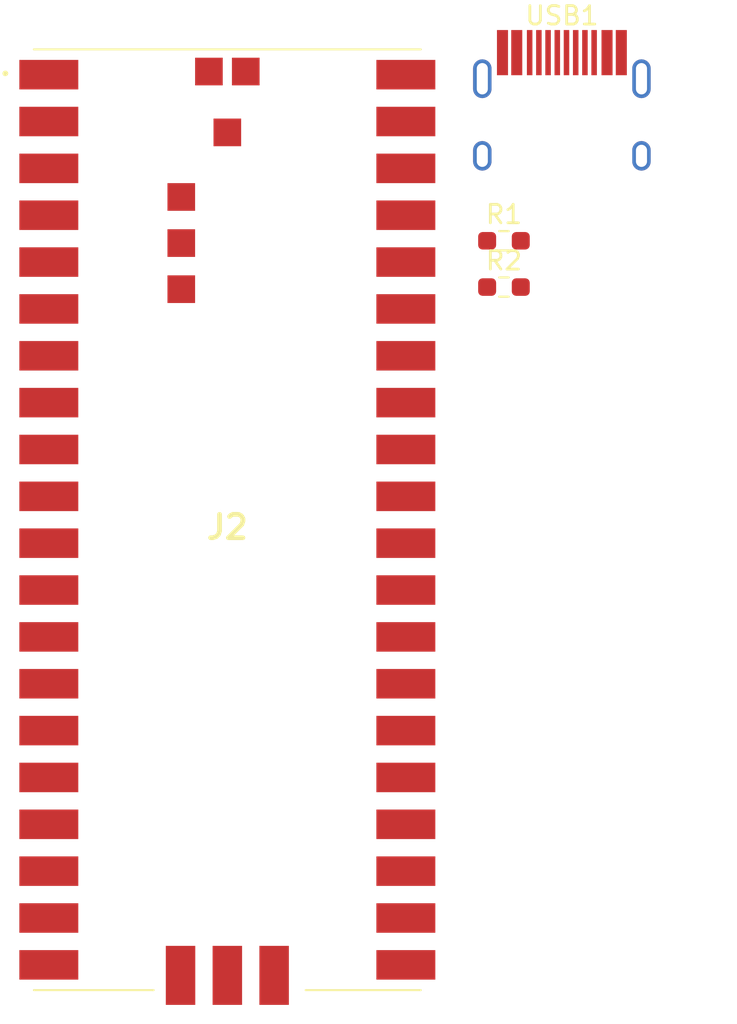
<source format=kicad_pcb>
(kicad_pcb (version 20221018) (generator pcbnew)
  (layers (0 "F.Cu" signal) (31 "B.Cu" signal) (34 "B.Paste" user) (35 "F.Paste" user) (36 "B.SilkS" user "B.Silkscreen") (37 "F.SilkS" user "F.Silkscreen") (38 "B.Mask" user) (39 "F.Mask" user) (44 "Edge.Cuts" user))
  (net 0 "")
  (net 1 "SDA")
  (net 2 "SCL")
  (net 3 "GND")
  (net 4 "UP")
  (net 5 "DOWN")
  (net 6 "RIGHT")
  (net 7 "LEFT")
  (net 8 "B1")
  (net 9 "B2")
  (net 10 "R2")
  (net 11 "L2")
  (net 12 "B3")
  (net 13 "B4")
  (net 14 "R1")
  (net 15 "L1")
  (net 16 "TURBO")
  (net 17 "LED-TURBO")
  (net 18 "S1")
  (net 19 "S2")
  (net 20 "L3")
  (net 21 "R3")
  (net 22 "A1")
  (net 23 "A2")
  (net 26 "RS")
  (net 27 "LS")
  (net 28 "LED-RGB")
  (net 33 "+5V")
  (net 36 "GNDPWR")
  (net 37 "D-")
  (net 38 "D+")
  (net 42 "Net-(USB1-CC2)")
  (net 43 "Net-(USB1-CC1)")
  (footprint "Resistor_SMD:R_0603_1608Metric_Pad0.98x0.95mm_HandSolder" (layer "F.Cu") (at 157.725 75.015)
    (fp_text reference "R2" (at 0 -1.43) (layer "F.SilkS"))
    (fp_text value "5.1k")
    (fp_line (start -0.254724 -0.5225) (end 0.254724 -0.5225) (stroke (width 0.12)) (layer "F.SilkS"))
    (fp_line (start -0.254724 0.5225) (end 0.254724 0.5225) (stroke (width 0.12)) (layer "F.SilkS"))
    (pad "1" smd roundrect (at -0.9125 0) (size 0.975 0.95) (layers "F.Cu" "F.Paste" "F.Mask") (net 43 "Net-(USB1-CC1)"))
    (pad "2" smd roundrect (at 0.9125 0) (size 0.975 0.95) (layers "F.Cu" "F.Paste" "F.Mask") (net 36 "GNDPWR"))
  )
  (footprint "Type-C:HRO-TYPE-C-31-M-12-HandSoldering" (layer "F.Cu") (at 160.87 70.5)
    (fp_text reference "USB1" (at 0 -10.2) (layer "F.SilkS"))
    (fp_text value "HRO-TYPE-C-31-M-12")
    (pad "" np_thru_hole circle (at -2.89 -6.25) (size 0.65 0.65) (drill 0.65) (layers "*.Cu" "*.Mask"))
    (pad "" np_thru_hole circle (at 2.89 -6.25) (size 0.65 0.65) (drill 0.65) (layers "*.Cu" "*.Mask"))
    (pad "1" smd rect (at -3.225 -8.195) (size 0.6 2.45) (layers "F.Cu" "F.Paste" "F.Mask") (net 36 "GNDPWR"))
    (pad "2" smd rect (at -2.45 -8.195) (size 0.6 2.45) (layers "F.Cu" "F.Paste" "F.Mask") (net 33 "+5V"))
    (pad "3" smd rect (at -1.75 -8.195) (size 0.3 2.45) (layers "F.Cu" "F.Paste" "F.Mask"))
    (pad "4" smd rect (at -1.25 -8.195) (size 0.3 2.45) (layers "F.Cu" "F.Paste" "F.Mask") (net 43 "Net-(USB1-CC1)"))
    (pad "5" smd rect (at -0.75 -8.195) (size 0.3 2.45) (layers "F.Cu" "F.Paste" "F.Mask") (net 37 "D-"))
    (pad "6" smd rect (at -0.25 -8.195) (size 0.3 2.45) (layers "F.Cu" "F.Paste" "F.Mask") (net 38 "D+"))
    (pad "7" smd rect (at 0.25 -8.195) (size 0.3 2.45) (layers "F.Cu" "F.Paste" "F.Mask") (net 37 "D-"))
    (pad "8" smd rect (at 0.75 -8.195) (size 0.3 2.45) (layers "F.Cu" "F.Paste" "F.Mask") (net 38 "D+"))
    (pad "9" smd rect (at 1.25 -8.195) (size 0.3 2.45) (layers "F.Cu" "F.Paste" "F.Mask"))
    (pad "10" smd rect (at 1.75 -8.195) (size 0.3 2.45) (layers "F.Cu" "F.Paste" "F.Mask") (net 42 "Net-(USB1-CC2)"))
    (pad "11" smd rect (at 2.45 -8.195) (size 0.6 2.45) (layers "F.Cu" "F.Paste" "F.Mask") (net 33 "+5V"))
    (pad "12" smd rect (at 3.225 -8.195) (size 0.6 2.45) (layers "F.Cu" "F.Paste" "F.Mask") (net 36 "GNDPWR"))
    (pad "13" thru_hole oval (at -4.32 -6.78) (size 1 2.1) (drill oval 0.6 1.7) (layers "*.Cu" "B.Mask") (net 36 "GNDPWR"))
    (pad "13" thru_hole oval (at -4.32 -2.6) (size 1 1.6) (drill oval 0.6 1.2) (layers "*.Cu" "B.Mask") (net 36 "GNDPWR"))
    (pad "13" thru_hole oval (at 4.32 -6.78) (size 1 2.1) (drill oval 0.6 1.7) (layers "*.Cu" "B.Mask") (net 36 "GNDPWR"))
    (pad "13" thru_hole oval (at 4.32 -2.6) (size 1 1.6) (drill oval 0.6 1.2) (layers "*.Cu" "B.Mask") (net 36 "GNDPWR"))
  )
  (footprint "SamacSys_Parts:PICO" (layer "F.Cu") (at 132.21 113.13)
    (fp_text reference "J2" (at 10.5 -25.1) (layer "F.SilkS") (effects (font (size 1.27 1.27) (thickness 0.254))))
    (fp_text value "PICO" hide)
    (fp_line (start -1.6 -49.7) (end -1.6 -49.7) (stroke (width 0.2)) (layer "F.SilkS"))
    (fp_line (start -1.6 -49.7) (end -1.6 -49.7) (stroke (width 0.2)) (layer "F.SilkS"))
    (fp_line (start -1.5 -49.7) (end -1.5 -49.7) (stroke (width 0.2)) (layer "F.SilkS"))
    (fp_line (start 0 -51) (end 0 -51) (stroke (width 0.1)) (layer "F.SilkS"))
    (fp_line (start 0 -51) (end 21 -51) (stroke (width 0.1)) (layer "F.SilkS"))
    (fp_line (start 0 0) (end 0 0) (stroke (width 0.1)) (layer "F.SilkS"))
    (fp_line (start 0 0) (end 6.5 0) (stroke (width 0.1)) (layer "F.SilkS"))
    (fp_line (start 6.5 0) (end 0 0) (stroke (width 0.1)) (layer "F.SilkS"))
    (fp_line (start 6.5 0) (end 6.5 0) (stroke (width 0.1)) (layer "F.SilkS"))
    (fp_line (start 14.75 0) (end 14.75 0) (stroke (width 0.1)) (layer "F.SilkS"))
    (fp_line (start 14.75 0) (end 21 0) (stroke (width 0.1)) (layer "F.SilkS"))
    (fp_line (start 21 -51) (end 0 -51) (stroke (width 0.1)) (layer "F.SilkS"))
    (fp_line (start 21 -51) (end 21 -51) (stroke (width 0.1)) (layer "F.SilkS"))
    (fp_line (start 21 0) (end 14.75 0) (stroke (width 0.1)) (layer "F.SilkS"))
    (fp_line (start 21 0) (end 21 0) (stroke (width 0.1)) (layer "F.SilkS"))
    (fp_arc (start -1.6 -49.7) (mid -1.55 -49.75) (end -1.5 -49.7) (stroke (width 0.2)) (layer "F.SilkS"))
    (fp_arc (start -1.5 -49.7) (mid -1.55 -49.65) (end -1.6 -49.7) (stroke (width 0.2)) (layer "F.SilkS"))
    (fp_arc (start -1.5 -49.7) (mid -1.55 -49.65) (end -1.6 -49.7) (stroke (width 0.2)) (layer "F.SilkS"))
    (pad "1" smd rect (at 0.81 -49.63 90) (size 1.6 3.2) (layers "F.Cu" "F.Paste" "F.Mask") (net 1 "SDA"))
    (pad "2" smd rect (at 0.81 -47.09 90) (size 1.6 3.2) (layers "F.Cu" "F.Paste" "F.Mask") (net 2 "SCL"))
    (pad "3" smd rect (at 0.81 -44.55 90) (size 1.6 3.2) (layers "F.Cu" "F.Paste" "F.Mask") (net 3 "GND"))
    (pad "4" smd rect (at 0.81 -42.01 90) (size 1.6 3.2) (layers "F.Cu" "F.Paste" "F.Mask") (net 4 "UP"))
    (pad "5" smd rect (at 0.81 -39.47 90) (size 1.6 3.2) (layers "F.Cu" "F.Paste" "F.Mask") (net 5 "DOWN"))
    (pad "6" smd rect (at 0.81 -36.93 90) (size 1.6 3.2) (layers "F.Cu" "F.Paste" "F.Mask") (net 6 "RIGHT"))
    (pad "7" smd rect (at 0.81 -34.39 90) (size 1.6 3.2) (layers "F.Cu" "F.Paste" "F.Mask") (net 7 "LEFT"))
    (pad "8" smd rect (at 0.81 -31.85 90) (size 1.6 3.2) (layers "F.Cu" "F.Paste" "F.Mask") (net 3 "GND"))
    (pad "9" smd rect (at 0.81 -29.31 90) (size 1.6 3.2) (layers "F.Cu" "F.Paste" "F.Mask") (net 8 "B1"))
    (pad "10" smd rect (at 0.81 -26.77 90) (size 1.6 3.2) (layers "F.Cu" "F.Paste" "F.Mask") (net 9 "B2"))
    (pad "11" smd rect (at 0.81 -24.23 90) (size 1.6 3.2) (layers "F.Cu" "F.Paste" "F.Mask") (net 10 "R2"))
    (pad "12" smd rect (at 0.81 -21.69 90) (size 1.6 3.2) (layers "F.Cu" "F.Paste" "F.Mask") (net 11 "L2"))
    (pad "13" smd rect (at 0.81 -19.15 90) (size 1.6 3.2) (layers "F.Cu" "F.Paste" "F.Mask") (net 3 "GND"))
    (pad "14" smd rect (at 0.81 -16.61 90) (size 1.6 3.2) (layers "F.Cu" "F.Paste" "F.Mask") (net 12 "B3"))
    (pad "15" smd rect (at 0.81 -14.07 90) (size 1.6 3.2) (layers "F.Cu" "F.Paste" "F.Mask") (net 13 "B4"))
    (pad "16" smd rect (at 0.81 -11.53 90) (size 1.6 3.2) (layers "F.Cu" "F.Paste" "F.Mask") (net 14 "R1"))
    (pad "17" smd rect (at 0.81 -8.99 90) (size 1.6 3.2) (layers "F.Cu" "F.Paste" "F.Mask") (net 15 "L1"))
    (pad "18" smd rect (at 0.81 -6.45 90) (size 1.6 3.2) (layers "F.Cu" "F.Paste" "F.Mask") (net 3 "GND"))
    (pad "19" smd rect (at 0.81 -3.91 90) (size 1.6 3.2) (layers "F.Cu" "F.Paste" "F.Mask") (net 16 "TURBO"))
    (pad "20" smd rect (at 0.81 -1.37 90) (size 1.6 3.2) (layers "F.Cu" "F.Paste" "F.Mask") (net 17 "LED-TURBO"))
    (pad "21" smd rect (at 20.19 -1.37 90) (size 1.6 3.2) (layers "F.Cu" "F.Paste" "F.Mask") (net 18 "S1"))
    (pad "22" smd rect (at 20.19 -3.91 90) (size 1.6 3.2) (layers "F.Cu" "F.Paste" "F.Mask") (net 19 "S2"))
    (pad "23" smd rect (at 20.19 -6.45 90) (size 1.6 3.2) (layers "F.Cu" "F.Paste" "F.Mask") (net 3 "GND"))
    (pad "24" smd rect (at 20.19 -8.99 90) (size 1.6 3.2) (layers "F.Cu" "F.Paste" "F.Mask") (net 20 "L3"))
    (pad "25" smd rect (at 20.19 -11.53 90) (size 1.6 3.2) (layers "F.Cu" "F.Paste" "F.Mask") (net 21 "R3"))
    (pad "26" smd rect (at 20.19 -14.07 90) (size 1.6 3.2) (layers "F.Cu" "F.Paste" "F.Mask") (net 22 "A1"))
    (pad "27" smd rect (at 20.19 -16.61 90) (size 1.6 3.2) (layers "F.Cu" "F.Paste" "F.Mask") (net 23 "A2"))
    (pad "28" smd rect (at 20.19 -19.15 90) (size 1.6 3.2) (layers "F.Cu" "F.Paste" "F.Mask") (net 3 "GND"))
    (pad "29" smd rect (at 20.19 -21.69 90) (size 1.6 3.2) (layers "F.Cu" "F.Paste" "F.Mask"))
    (pad "30" smd rect (at 20.19 -24.23 90) (size 1.6 3.2) (layers "F.Cu" "F.Paste" "F.Mask"))
    (pad "31" smd rect (at 20.19 -26.77 90) (size 1.6 3.2) (layers "F.Cu" "F.Paste" "F.Mask") (net 26 "RS"))
    (pad "32" smd rect (at 20.19 -29.31 90) (size 1.6 3.2) (layers "F.Cu" "F.Paste" "F.Mask") (net 27 "LS"))
    (pad "33" smd rect (at 20.19 -31.85 90) (size 1.6 3.2) (layers "F.Cu" "F.Paste" "F.Mask") (net 3 "GND"))
    (pad "34" smd rect (at 20.19 -34.39 90) (size 1.6 3.2) (layers "F.Cu" "F.Paste" "F.Mask") (net 28 "LED-RGB"))
    (pad "35" smd rect (at 20.19 -36.93 90) (size 1.6 3.2) (layers "F.Cu" "F.Paste" "F.Mask"))
    (pad "36" smd rect (at 20.19 -39.47 90) (size 1.6 3.2) (layers "F.Cu" "F.Paste" "F.Mask"))
    (pad "37" smd rect (at 20.19 -42.01 90) (size 1.6 3.2) (layers "F.Cu" "F.Paste" "F.Mask"))
    (pad "38" smd rect (at 20.19 -44.55 90) (size 1.6 3.2) (layers "F.Cu" "F.Paste" "F.Mask") (net 3 "GND"))
    (pad "39" smd rect (at 20.19 -47.09 90) (size 1.6 3.2) (layers "F.Cu" "F.Paste" "F.Mask"))
    (pad "40" smd rect (at 20.19 -49.63 90) (size 1.6 3.2) (layers "F.Cu" "F.Paste" "F.Mask") (net 33 "+5V"))
    (pad "D1" smd rect (at 7.96 -0.8) (size 1.6 3.2) (layers "F.Cu" "F.Paste" "F.Mask"))
    (pad "D2" smd rect (at 10.5 -0.8) (size 1.6 3.2) (layers "F.Cu" "F.Paste" "F.Mask") (net 3 "GND"))
    (pad "D3" smd rect (at 13.04 -0.8) (size 1.6 3.2) (layers "F.Cu" "F.Paste" "F.Mask"))
    (pad "TP1" smd rect (at 10.5 -46.5 90) (size 1.5 1.5) (layers "F.Cu" "F.Paste" "F.Mask") (net 36 "GNDPWR"))
    (pad "TP2" smd rect (at 11.5 -49.8 90) (size 1.5 1.5) (layers "F.Cu" "F.Paste" "F.Mask") (net 37 "D-"))
    (pad "TP3" smd rect (at 9.5 -49.8 90) (size 1.5 1.5) (layers "F.Cu" "F.Paste" "F.Mask") (net 38 "D+"))
    (pad "TP4" smd rect (at 8 -43 90) (size 1.5 1.5) (layers "F.Cu" "F.Paste" "F.Mask"))
    (pad "TP5" smd rect (at 8 -40.5 90) (size 1.5 1.5) (layers "F.Cu" "F.Paste" "F.Mask"))
    (pad "TP6" smd rect (at 8 -38 90) (size 1.5 1.5) (layers "F.Cu" "F.Paste" "F.Mask"))
  )
  (footprint "Resistor_SMD:R_0603_1608Metric_Pad0.98x0.95mm_HandSolder" (layer "F.Cu") (at 157.725 72.505)
    (fp_text reference "R1" (at 0 -1.43) (layer "F.SilkS"))
    (fp_text value "5.1k")
    (fp_line (start -0.254724 -0.5225) (end 0.254724 -0.5225) (stroke (width 0.12)) (layer "F.SilkS"))
    (fp_line (start -0.254724 0.5225) (end 0.254724 0.5225) (stroke (width 0.12)) (layer "F.SilkS"))
    (pad "1" smd roundrect (at -0.9125 0) (size 0.975 0.95) (layers "F.Cu" "F.Paste" "F.Mask") (net 42 "Net-(USB1-CC2)"))
    (pad "2" smd roundrect (at 0.9125 0) (size 0.975 0.95) (layers "F.Cu" "F.Paste" "F.Mask") (net 36 "GNDPWR"))
  )
)
</source>
